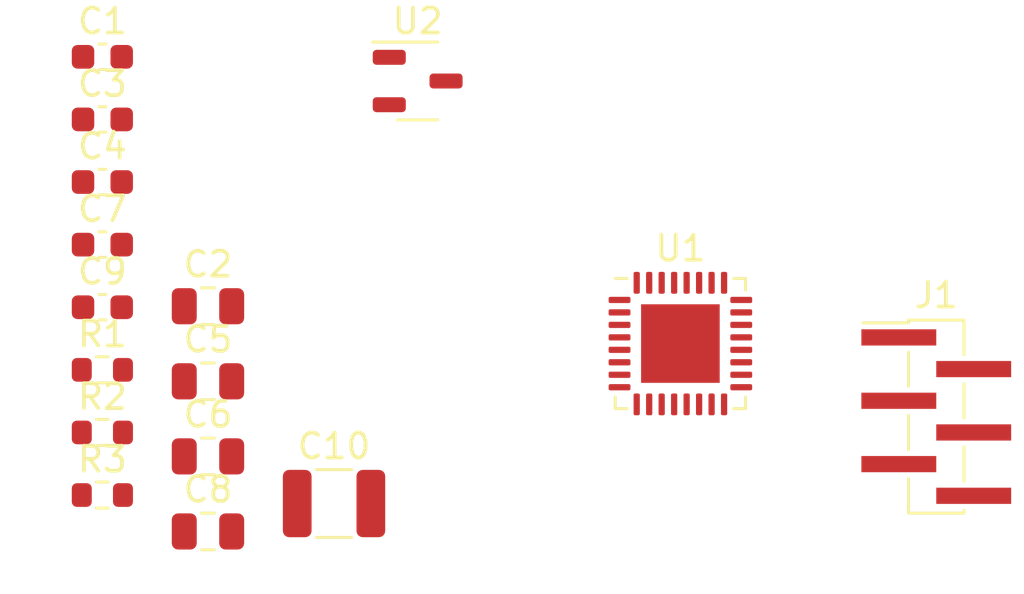
<source format=kicad_pcb>
(kicad_pcb (version 20221018) (generator pcbnew)
  (layers (0 "F.Cu" signal) (31 "B.Cu" signal) (34 "B.Paste" user) (35 "F.Paste" user) (36 "B.SilkS" user "B.Silkscreen") (37 "F.SilkS" user "F.Silkscreen") (38 "B.Mask" user) (39 "F.Mask" user) (44 "Edge.Cuts" user))
  (net 0 "")
  (net 1 "/XTAL_1")
  (net 2 "GND")
  (net 3 "+3.3V")
  (net 4 "Net-(U1A-VDD)")
  (net 5 "+VSW")
  (net 6 "/JTAG_TMS")
  (net 7 "/JTAG_TCK")
  (net 8 "/XRSn")
  (net 24 "/XTAL_2")
  (footprint "Capacitor_SMD:C_0603_1608Metric" (layer "F.Cu") (at 124.095 84.47)
    (fp_text reference "C7" (at 0 -1.43) (layer "F.SilkS"))
    (fp_text value "100n")
    (fp_line (start -0.14058 -0.51) (end 0.14058 -0.51) (stroke (width 0.12)) (layer "F.SilkS"))
    (fp_line (start -0.14058 0.51) (end 0.14058 0.51) (stroke (width 0.12)) (layer "F.SilkS"))
    (pad "1" smd roundrect (at -0.775 0) (size 0.9 0.95) (layers "F.Cu" "F.Paste" "F.Mask") (net 3 "+3.3V"))
    (pad "2" smd roundrect (at 0.775 0) (size 0.9 0.95) (layers "F.Cu" "F.Paste" "F.Mask") (net 2 "GND"))
  )
  (footprint "Capacitor_SMD:C_0603_1608Metric" (layer "F.Cu") (at 124.095 79.45)
    (fp_text reference "C3" (at 0 -1.43) (layer "F.SilkS"))
    (fp_text value "100n")
    (fp_line (start -0.14058 -0.51) (end 0.14058 -0.51) (stroke (width 0.12)) (layer "F.SilkS"))
    (fp_line (start -0.14058 0.51) (end 0.14058 0.51) (stroke (width 0.12)) (layer "F.SilkS"))
    (pad "1" smd roundrect (at -0.775 0) (size 0.9 0.95) (layers "F.Cu" "F.Paste" "F.Mask") (net 3 "+3.3V"))
    (pad "2" smd roundrect (at 0.775 0) (size 0.9 0.95) (layers "F.Cu" "F.Paste" "F.Mask") (net 2 "GND"))
  )
  (footprint "Package_DFN_QFN:VQFN-32-1EP_5x5mm_P0.5mm_EP3.15x3.15mm" (layer "F.Cu") (at 147.25 88.4375)
    (fp_text reference "U1" (at 0 -3.82) (layer "F.SilkS"))
    (fp_text value "F2800154QRHBRQ1")
    (fp_line (start -2.61 2.61) (end -2.61 2.135) (stroke (width 0.12)) (layer "F.SilkS"))
    (fp_line (start -2.135 -2.61) (end -2.61 -2.61) (stroke (width 0.12)) (layer "F.SilkS"))
    (fp_line (start -2.135 2.61) (end -2.61 2.61) (stroke (width 0.12)) (layer "F.SilkS"))
    (fp_line (start 2.135 -2.61) (end 2.61 -2.61) (stroke (width 0.12)) (layer "F.SilkS"))
    (fp_line (start 2.135 2.61) (end 2.61 2.61) (stroke (width 0.12)) (layer "F.SilkS"))
    (fp_line (start 2.61 -2.61) (end 2.61 -2.135) (stroke (width 0.12)) (layer "F.SilkS"))
    (fp_line (start 2.61 2.61) (end 2.61 2.135) (stroke (width 0.12)) (layer "F.SilkS"))
    (pad "1" smd roundrect (at -2.4375 -1.75) (size 0.875 0.25) (layers "F.Cu" "F.Paste" "F.Mask") (net 8 "/XRSn"))
    (pad "2" smd roundrect (at -2.4375 -1.25) (size 0.875 0.25) (layers "F.Cu" "F.Paste" "F.Mask"))
    (pad "3" smd roundrect (at -2.4375 -0.75) (size 0.875 0.25) (layers "F.Cu" "F.Paste" "F.Mask"))
    (pad "4" smd roundrect (at -2.4375 -0.25) (size 0.875 0.25) (layers "F.Cu" "F.Paste" "F.Mask"))
    (pad "5" smd roundrect (at -2.4375 0.25) (size 0.875 0.25) (layers "F.Cu" "F.Paste" "F.Mask"))
    (pad "6" smd roundrect (at -2.4375 0.75) (size 0.875 0.25) (layers "F.Cu" "F.Paste" "F.Mask"))
    (pad "7" smd roundrect (at -2.4375 1.25) (size 0.875 0.25) (layers "F.Cu" "F.Paste" "F.Mask"))
    (pad "8" smd roundrect (at -2.4375 1.75) (size 0.875 0.25) (layers "F.Cu" "F.Paste" "F.Mask"))
    (pad "9" smd roundrect (at -1.75 2.4375) (size 0.25 0.875) (layers "F.Cu" "F.Paste" "F.Mask"))
    (pad "10" smd roundrect (at -1.25 2.4375) (size 0.25 0.875) (layers "F.Cu" "F.Paste" "F.Mask") (net 2 "GND"))
    (pad "11" smd roundrect (at -0.75 2.4375) (size 0.25 0.875) (layers "F.Cu" "F.Paste" "F.Mask") (net 3 "+3.3V"))
    (pad "12" smd roundrect (at -0.25 2.4375) (size 0.25 0.875) (layers "F.Cu" "F.Paste" "F.Mask"))
    (pad "13" smd roundrect (at 0.25 2.4375) (size 0.25 0.875) (layers "F.Cu" "F.Paste" "F.Mask"))
    (pad "14" smd roundrect (at 0.75 2.4375) (size 0.25 0.875) (layers "F.Cu" "F.Paste" "F.Mask"))
    (pad "15" smd roundrect (at 1.25 2.4375) (size 0.25 0.875) (layers "F.Cu" "F.Paste" "F.Mask"))
    (pad "16" smd roundrect (at 1.75 2.4375) (size 0.25 0.875) (layers "F.Cu" "F.Paste" "F.Mask") (net 7 "/JTAG_TCK"))
    (pad "17" smd roundrect (at 2.4375 1.75) (size 0.875 0.25) (layers "F.Cu" "F.Paste" "F.Mask"))
    (pad "18" smd roundrect (at 2.4375 1.25) (size 0.875 0.25) (layers "F.Cu" "F.Paste" "F.Mask") (net 6 "/JTAG_TMS"))
    (pad "19" smd roundrect (at 2.4375 0.75) (size 0.875 0.25) (layers "F.Cu" "F.Paste" "F.Mask"))
    (pad "20" smd roundrect (at 2.4375 0.25) (size 0.875 0.25) (layers "F.Cu" "F.Paste" "F.Mask"))
    (pad "21" smd roundrect (at 2.4375 -0.25) (size 0.875 0.25) (layers "F.Cu" "F.Paste" "F.Mask") (net 24 "/XTAL_2"))
    (pad "22" smd roundrect (at 2.4375 -0.75) (size 0.875 0.25) (layers "F.Cu" "F.Paste" "F.Mask") (net 1 "/XTAL_1"))
    (pad "23" smd roundrect (at 2.4375 -1.25) (size 0.875 0.25) (layers "F.Cu" "F.Paste" "F.Mask") (net 3 "+3.3V"))
    (pad "24" smd roundrect (at 2.4375 -1.75) (size 0.875 0.25) (layers "F.Cu" "F.Paste" "F.Mask") (net 4 "Net-(U1A-VDD)"))
    (pad "25" smd roundrect (at 1.75 -2.4375) (size 0.25 0.875) (layers "F.Cu" "F.Paste" "F.Mask") (net 2 "GND"))
    (pad "26" smd roundrect (at 1.25 -2.4375) (size 0.25 0.875) (layers "F.Cu" "F.Paste" "F.Mask"))
    (pad "27" smd roundrect (at 0.75 -2.4375) (size 0.25 0.875) (layers "F.Cu" "F.Paste" "F.Mask"))
    (pad "28" smd roundrect (at 0.25 -2.4375) (size 0.25 0.875) (layers "F.Cu" "F.Paste" "F.Mask"))
    (pad "29" smd roundrect (at -0.25 -2.4375) (size 0.25 0.875) (layers "F.Cu" "F.Paste" "F.Mask"))
    (pad "30" smd roundrect (at -0.75 -2.4375) (size 0.25 0.875) (layers "F.Cu" "F.Paste" "F.Mask"))
    (pad "31" smd roundrect (at -1.25 -2.4375) (size 0.25 0.875) (layers "F.Cu" "F.Paste" "F.Mask"))
    (pad "32" smd roundrect (at -1.75 -2.4375) (size 0.25 0.875) (layers "F.Cu" "F.Paste" "F.Mask"))
    (pad "33" smd rect (at 0 0) (size 3.15 3.15) (layers "F.Cu" "F.Mask") (net 2 "GND"))
  )
  (footprint "Resistor_SMD:R_0603_1608Metric" (layer "F.Cu") (at 124.095 89.49)
    (fp_text reference "R1" (at 0 -1.43) (layer "F.SilkS"))
    (fp_text value "100k 0.1%")
    (fp_line (start -0.237258 -0.5225) (end 0.237258 -0.5225) (stroke (width 0.12)) (layer "F.SilkS"))
    (fp_line (start -0.237258 0.5225) (end 0.237258 0.5225) (stroke (width 0.12)) (layer "F.SilkS"))
    (pad "1" smd roundrect (at -0.825 0) (size 0.8 0.95) (layers "F.Cu" "F.Paste" "F.Mask") (net 1 "/XTAL_1"))
    (pad "2" smd roundrect (at 0.825 0) (size 0.8 0.95) (layers "F.Cu" "F.Paste" "F.Mask") (net 2 "GND"))
  )
  (footprint "Capacitor_SMD:C_0603_1608Metric" (layer "F.Cu") (at 124.095 81.96)
    (fp_text reference "C4" (at 0 -1.43) (layer "F.SilkS"))
    (fp_text value "100n")
    (fp_line (start -0.14058 -0.51) (end 0.14058 -0.51) (stroke (width 0.12)) (layer "F.SilkS"))
    (fp_line (start -0.14058 0.51) (end 0.14058 0.51) (stroke (width 0.12)) (layer "F.SilkS"))
    (pad "1" smd roundrect (at -0.775 0) (size 0.9 0.95) (layers "F.Cu" "F.Paste" "F.Mask") (net 3 "+3.3V"))
    (pad "2" smd roundrect (at 0.775 0) (size 0.9 0.95) (layers "F.Cu" "F.Paste" "F.Mask") (net 2 "GND"))
  )
  (footprint "Resistor_SMD:R_0603_1608Metric" (layer "F.Cu") (at 124.095 92)
    (fp_text reference "R2" (at 0 -1.43) (layer "F.SilkS"))
    (fp_text value "4k7")
    (fp_line (start -0.237258 -0.5225) (end 0.237258 -0.5225) (stroke (width 0.12)) (layer "F.SilkS"))
    (fp_line (start -0.237258 0.5225) (end 0.237258 0.5225) (stroke (width 0.12)) (layer "F.SilkS"))
    (pad "1" smd roundrect (at -0.825 0) (size 0.8 0.95) (layers "F.Cu" "F.Paste" "F.Mask") (net 3 "+3.3V"))
    (pad "2" smd roundrect (at 0.825 0) (size 0.8 0.95) (layers "F.Cu" "F.Paste" "F.Mask") (net 6 "/JTAG_TMS"))
  )
  (footprint "Capacitor_SMD:C_0805_2012Metric" (layer "F.Cu") (at 128.325 89.95)
    (fp_text reference "C5" (at 0 -1.68) (layer "F.SilkS"))
    (fp_text value "10u")
    (fp_line (start -0.261252 -0.735) (end 0.261252 -0.735) (stroke (width 0.12)) (layer "F.SilkS"))
    (fp_line (start -0.261252 0.735) (end 0.261252 0.735) (stroke (width 0.12)) (layer "F.SilkS"))
    (pad "1" smd roundrect (at -0.95 0) (size 1 1.45) (layers "F.Cu" "F.Paste" "F.Mask") (net 4 "Net-(U1A-VDD)"))
    (pad "2" smd roundrect (at 0.95 0) (size 1 1.45) (layers "F.Cu" "F.Paste" "F.Mask") (net 2 "GND"))
  )
  (footprint "Capacitor_SMD:C_0603_1608Metric" (layer "F.Cu") (at 124.095 86.98)
    (fp_text reference "C9" (at 0 -1.43) (layer "F.SilkS"))
    (fp_text value "100n")
    (fp_line (start -0.14058 -0.51) (end 0.14058 -0.51) (stroke (width 0.12)) (layer "F.SilkS"))
    (fp_line (start -0.14058 0.51) (end 0.14058 0.51) (stroke (width 0.12)) (layer "F.SilkS"))
    (pad "1" smd roundrect (at -0.775 0) (size 0.9 0.95) (layers "F.Cu" "F.Paste" "F.Mask") (net 3 "+3.3V"))
    (pad "2" smd roundrect (at 0.775 0) (size 0.9 0.95) (layers "F.Cu" "F.Paste" "F.Mask") (net 2 "GND"))
  )
  (footprint "Connector_PinHeader_1.27mm:PinHeader_1x06_P1.27mm_Vertical_SMD_Pin1Left" (layer "F.Cu") (at 157.5 91.365)
    (fp_text reference "J1" (at 0 -4.87) (layer "F.SilkS"))
    (fp_text value "cJTAG")
    (fp_line (start -1.11 -3.87) (end -1.11 -3.76) (stroke (width 0.12)) (layer "F.SilkS"))
    (fp_line (start -1.11 -3.87) (end 1.11 -3.87) (stroke (width 0.12)) (layer "F.SilkS"))
    (fp_line (start -1.11 -3.76) (end -2.94 -3.76) (stroke (width 0.12)) (layer "F.SilkS"))
    (fp_line (start -1.11 -2.59) (end -1.11 -1.22) (stroke (width 0.12)) (layer "F.SilkS"))
    (fp_line (start -1.11 -0.05) (end -1.11 1.32) (stroke (width 0.12)) (layer "F.SilkS"))
    (fp_line (start -1.11 2.49) (end -1.11 3.86) (stroke (width 0.12)) (layer "F.SilkS"))
    (fp_line (start -1.11 3.87) (end 1.11 3.87) (stroke (width 0.12)) (layer "F.SilkS"))
    (fp_line (start 1.11 -3.86) (end 1.11 -2.49) (stroke (width 0.12)) (layer "F.SilkS"))
    (fp_line (start 1.11 -1.32) (end 1.11 0.05) (stroke (width 0.12)) (layer "F.SilkS"))
    (fp_line (start 1.11 1.22) (end 1.11 2.59) (stroke (width 0.12)) (layer "F.SilkS"))
    (fp_line (start 1.11 3.76) (end 1.11 3.87) (stroke (width 0.12)) (layer "F.SilkS"))
    (pad "1" smd rect (at -1.5 -3.175) (size 3 0.65) (layers "F.Cu" "F.Paste" "F.Mask") (net 3 "+3.3V"))
    (pad "2" smd rect (at 1.5 -1.905) (size 3 0.65) (layers "F.Cu" "F.Paste" "F.Mask") (net 6 "/JTAG_TMS"))
    (pad "3" smd rect (at -1.5 -0.635) (size 3 0.65) (layers "F.Cu" "F.Paste" "F.Mask") (net 2 "GND"))
    (pad "4" smd rect (at 1.5 0.635) (size 3 0.65) (layers "F.Cu" "F.Paste" "F.Mask") (net 7 "/JTAG_TCK"))
    (pad "5" smd rect (at -1.5 1.905) (size 3 0.65) (layers "F.Cu" "F.Paste" "F.Mask") (net 2 "GND"))
    (pad "6" smd rect (at 1.5 3.175) (size 3 0.65) (layers "F.Cu" "F.Paste" "F.Mask") (net 8 "/XRSn"))
  )
  (footprint "Capacitor_SMD:C_0805_2012Metric" (layer "F.Cu") (at 128.325 92.96)
    (fp_text reference "C6" (at 0 -1.68) (layer "F.SilkS"))
    (fp_text value "10u")
    (fp_line (start -0.261252 -0.735) (end 0.261252 -0.735) (stroke (width 0.12)) (layer "F.SilkS"))
    (fp_line (start -0.261252 0.735) (end 0.261252 0.735) (stroke (width 0.12)) (layer "F.SilkS"))
    (pad "1" smd roundrect (at -0.95 0) (size 1 1.45) (layers "F.Cu" "F.Paste" "F.Mask") (net 3 "+3.3V"))
    (pad "2" smd roundrect (at 0.95 0) (size 1 1.45) (layers "F.Cu" "F.Paste" "F.Mask") (net 2 "GND"))
  )
  (footprint "Capacitor_SMD:C_0603_1608Metric" (layer "F.Cu") (at 124.095 76.94)
    (fp_text reference "C1" (at 0 -1.43) (layer "F.SilkS"))
    (fp_text value "10n C0G?")
    (fp_line (start -0.14058 -0.51) (end 0.14058 -0.51) (stroke (width 0.12)) (layer "F.SilkS"))
    (fp_line (start -0.14058 0.51) (end 0.14058 0.51) (stroke (width 0.12)) (layer "F.SilkS"))
    (pad "1" smd roundrect (at -0.775 0) (size 0.9 0.95) (layers "F.Cu" "F.Paste" "F.Mask") (net 1 "/XTAL_1"))
    (pad "2" smd roundrect (at 0.775 0) (size 0.9 0.95) (layers "F.Cu" "F.Paste" "F.Mask") (net 2 "GND"))
  )
  (footprint "Resistor_SMD:R_0603_1608Metric" (layer "F.Cu") (at 124.095 94.51)
    (fp_text reference "R3" (at 0 -1.43) (layer "F.SilkS"))
    (fp_text value "4k7")
    (fp_line (start -0.237258 -0.5225) (end 0.237258 -0.5225) (stroke (width 0.12)) (layer "F.SilkS"))
    (fp_line (start -0.237258 0.5225) (end 0.237258 0.5225) (stroke (width 0.12)) (layer "F.SilkS"))
    (pad "1" smd roundrect (at -0.825 0) (size 0.8 0.95) (layers "F.Cu" "F.Paste" "F.Mask") (net 3 "+3.3V"))
    (pad "2" smd roundrect (at 0.825 0) (size 0.8 0.95) (layers "F.Cu" "F.Paste" "F.Mask") (net 7 "/JTAG_TCK"))
  )
  (footprint "Capacitor_SMD:C_1210_3225Metric" (layer "F.Cu") (at 133.375 94.85)
    (fp_text reference "C10" (at 0 -2.3) (layer "F.SilkS"))
    (fp_text value "10u")
    (fp_line (start -0.711252 -1.36) (end 0.711252 -1.36) (stroke (width 0.12)) (layer "F.SilkS"))
    (fp_line (start -0.711252 1.36) (end 0.711252 1.36) (stroke (width 0.12)) (layer "F.SilkS"))
    (pad "1" smd roundrect (at -1.475 0) (size 1.15 2.7) (layers "F.Cu" "F.Paste" "F.Mask") (roundrect_rratio 0.217391) (net 5 "+VSW"))
    (pad "2" smd roundrect (at 1.475 0) (size 1.15 2.7) (layers "F.Cu" "F.Paste" "F.Mask") (roundrect_rratio 0.217391) (net 2 "GND"))
  )
  (footprint "Package_TO_SOT_SMD:SOT-23-3" (layer "F.Cu") (at 136.725 77.91)
    (fp_text reference "U2" (at 0 -2.4) (layer "F.SilkS"))
    (fp_text value "AP7375-33SA-7")
    (fp_line (start 0 -1.56) (end -1.8 -1.56) (stroke (width 0.12)) (layer "F.SilkS"))
    (fp_line (start 0 -1.56) (end 0.8 -1.56) (stroke (width 0.12)) (layer "F.SilkS"))
    (fp_line (start 0 1.56) (end -0.8 1.56) (stroke (width 0.12)) (layer "F.SilkS"))
    (fp_line (start 0 1.56) (end 0.8 1.56) (stroke (width 0.12)) (layer "F.SilkS"))
    (pad "1" smd roundrect (at -1.1375 -0.95) (size 1.325 0.6) (layers "F.Cu" "F.Paste" "F.Mask") (net 5 "+VSW"))
    (pad "2" smd roundrect (at -1.1375 0.95) (size 1.325 0.6) (layers "F.Cu" "F.Paste" "F.Mask") (net 3 "+3.3V"))
    (pad "3" smd roundrect (at 1.1375 0) (size 1.325 0.6) (layers "F.Cu" "F.Paste" "F.Mask") (net 2 "GND"))
  )
  (footprint "Capacitor_SMD:C_0805_2012Metric" (layer "F.Cu") (at 128.325 86.94)
    (fp_text reference "C2" (at 0 -1.68) (layer "F.SilkS"))
    (fp_text value "1u")
    (fp_line (start -0.261252 -0.735) (end 0.261252 -0.735) (stroke (width 0.12)) (layer "F.SilkS"))
    (fp_line (start -0.261252 0.735) (end 0.261252 0.735) (stroke (width 0.12)) (layer "F.SilkS"))
    (pad "1" smd roundrect (at -0.95 0) (size 1 1.45) (layers "F.Cu" "F.Paste" "F.Mask") (net 3 "+3.3V"))
    (pad "2" smd roundrect (at 0.95 0) (size 1 1.45) (layers "F.Cu" "F.Paste" "F.Mask") (net 2 "GND"))
  )
  (footprint "Capacitor_SMD:C_0805_2012Metric" (layer "F.Cu") (at 128.325 95.97)
    (fp_text reference "C8" (at 0 -1.68) (layer "F.SilkS"))
    (fp_text value "10u")
    (fp_line (start -0.261252 -0.735) (end 0.261252 -0.735) (stroke (width 0.12)) (layer "F.SilkS"))
    (fp_line (start -0.261252 0.735) (end 0.261252 0.735) (stroke (width 0.12)) (layer "F.SilkS"))
    (pad "1" smd roundrect (at -0.95 0) (size 1 1.45) (layers "F.Cu" "F.Paste" "F.Mask") (net 3 "+3.3V"))
    (pad "2" smd roundrect (at 0.95 0) (size 1 1.45) (layers "F.Cu" "F.Paste" "F.Mask") (net 2 "GND"))
  )
)
</source>
